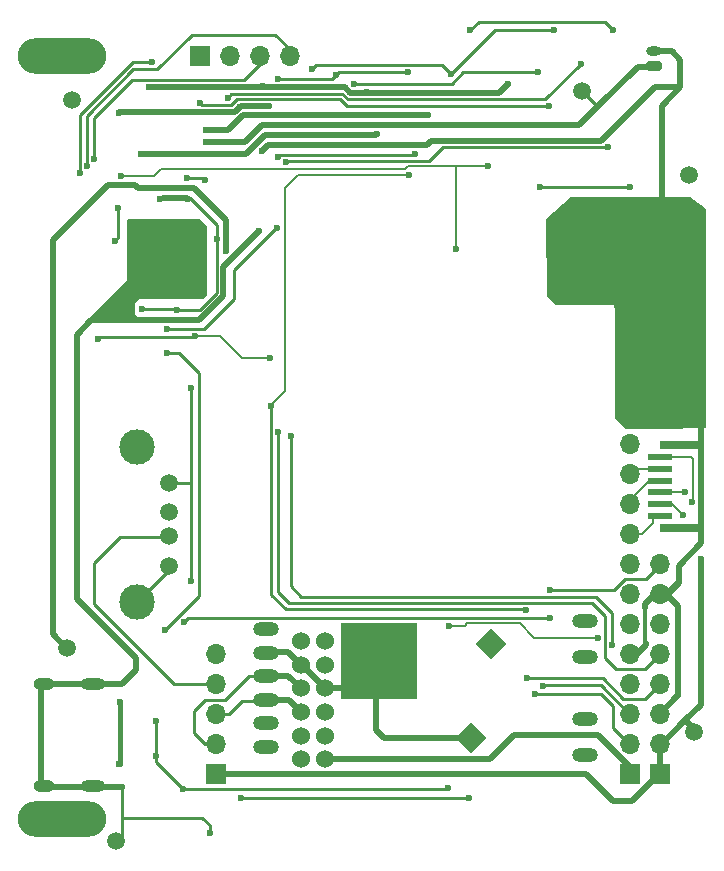
<source format=gbr>
G04 #@! TF.GenerationSoftware,KiCad,Pcbnew,(5.99.0-10509-g065f85b504)*
G04 #@! TF.CreationDate,2021-07-11T16:30:22-06:00*
G04 #@! TF.ProjectId,HAT_ver_7,4841545f-7665-4725-9f37-2e6b69636164,7.0.6*
G04 #@! TF.SameCoordinates,Original*
G04 #@! TF.FileFunction,Copper,L2,Bot*
G04 #@! TF.FilePolarity,Positive*
%FSLAX46Y46*%
G04 Gerber Fmt 4.6, Leading zero omitted, Abs format (unit mm)*
G04 Created by KiCad (PCBNEW (5.99.0-10509-g065f85b504)) date 2021-07-11 16:30:22*
%MOMM*%
%LPD*%
G01*
G04 APERTURE LIST*
G04 Aperture macros list*
%AMRoundRect*
0 Rectangle with rounded corners*
0 $1 Rounding radius*
0 $2 $3 $4 $5 $6 $7 $8 $9 X,Y pos of 4 corners*
0 Add a 4 corners polygon primitive as box body*
4,1,4,$2,$3,$4,$5,$6,$7,$8,$9,$2,$3,0*
0 Add four circle primitives for the rounded corners*
1,1,$1+$1,$2,$3*
1,1,$1+$1,$4,$5*
1,1,$1+$1,$6,$7*
1,1,$1+$1,$8,$9*
0 Add four rect primitives between the rounded corners*
20,1,$1+$1,$2,$3,$4,$5,0*
20,1,$1+$1,$4,$5,$6,$7,0*
20,1,$1+$1,$6,$7,$8,$9,0*
20,1,$1+$1,$8,$9,$2,$3,0*%
%AMRotRect*
0 Rectangle, with rotation*
0 The origin of the aperture is its center*
0 $1 length*
0 $2 width*
0 $3 Rotation angle, in degrees counterclockwise*
0 Add horizontal line*
21,1,$1,$2,0,0,$3*%
G04 Aperture macros list end*
G04 #@! TA.AperFunction,EtchedComponent*
%ADD10C,0.120000*%
G04 #@! TD*
G04 #@! TA.AperFunction,ComponentPad*
%ADD11C,1.501140*%
G04 #@! TD*
G04 #@! TA.AperFunction,ComponentPad*
%ADD12C,2.999740*%
G04 #@! TD*
G04 #@! TA.AperFunction,ComponentPad*
%ADD13R,1.700000X1.700000*%
G04 #@! TD*
G04 #@! TA.AperFunction,ComponentPad*
%ADD14O,1.700000X1.700000*%
G04 #@! TD*
G04 #@! TA.AperFunction,ComponentPad*
%ADD15RoundRect,0.200000X-0.450000X0.200000X-0.450000X-0.200000X0.450000X-0.200000X0.450000X0.200000X0*%
G04 #@! TD*
G04 #@! TA.AperFunction,ComponentPad*
%ADD16O,1.300000X0.800000*%
G04 #@! TD*
G04 #@! TA.AperFunction,ComponentPad*
%ADD17C,1.500000*%
G04 #@! TD*
G04 #@! TA.AperFunction,ComponentPad*
%ADD18O,2.200000X1.200000*%
G04 #@! TD*
G04 #@! TA.AperFunction,ComponentPad*
%ADD19R,6.400000X6.400000*%
G04 #@! TD*
G04 #@! TA.AperFunction,ComponentPad*
%ADD20RotRect,1.800000X1.800000X315.000000*%
G04 #@! TD*
G04 #@! TA.AperFunction,SMDPad,CuDef*
%ADD21R,0.400000X1.500000*%
G04 #@! TD*
G04 #@! TA.AperFunction,ComponentPad*
%ADD22O,7.500000X3.000000*%
G04 #@! TD*
G04 #@! TA.AperFunction,ComponentPad*
%ADD23C,1.524000*%
G04 #@! TD*
G04 #@! TA.AperFunction,ComponentPad*
%ADD24O,2.100000X1.000000*%
G04 #@! TD*
G04 #@! TA.AperFunction,ComponentPad*
%ADD25O,1.800000X1.000000*%
G04 #@! TD*
G04 #@! TA.AperFunction,SMDPad,CuDef*
%ADD26R,3.800000X0.700000*%
G04 #@! TD*
G04 #@! TA.AperFunction,SMDPad,CuDef*
%ADD27R,2.000000X0.600000*%
G04 #@! TD*
G04 #@! TA.AperFunction,ViaPad*
%ADD28C,0.600000*%
G04 #@! TD*
G04 #@! TA.AperFunction,Conductor*
%ADD29C,0.500000*%
G04 #@! TD*
G04 #@! TA.AperFunction,Conductor*
%ADD30C,0.250000*%
G04 #@! TD*
G04 #@! TA.AperFunction,Conductor*
%ADD31C,0.200000*%
G04 #@! TD*
G04 #@! TA.AperFunction,Conductor*
%ADD32C,0.508000*%
G04 #@! TD*
G04 #@! TA.AperFunction,Conductor*
%ADD33C,0.400000*%
G04 #@! TD*
G04 #@! TA.AperFunction,Conductor*
%ADD34C,0.254000*%
G04 #@! TD*
G04 APERTURE END LIST*
D10*
X180925000Y-115260000D02*
X181175000Y-115260000D01*
X181175000Y-115260000D02*
X181175000Y-114260000D01*
X181175000Y-114260000D02*
X180925000Y-114260000D01*
X180925000Y-114260000D02*
X180925000Y-115260000D01*
G36*
X180925000Y-115260000D02*
G01*
X181175000Y-115260000D01*
X181175000Y-114260000D01*
X180925000Y-114260000D01*
X180925000Y-115260000D01*
G37*
D11*
X140790080Y-102767540D03*
X140790080Y-105267540D03*
X140790080Y-107267540D03*
X140790080Y-109767540D03*
D12*
X138080080Y-99697540D03*
X138080080Y-112837540D03*
D13*
X182321200Y-127422000D03*
D14*
X182321200Y-124882000D03*
X182321200Y-122342000D03*
X182321200Y-119802000D03*
X182321200Y-117262000D03*
X182321200Y-114722000D03*
X182321200Y-112182000D03*
X182321200Y-109642000D03*
D15*
X181810000Y-67490000D03*
D16*
X181810000Y-66240000D03*
D17*
X132105400Y-116713000D03*
X175770000Y-69620000D03*
X136321800Y-133121400D03*
X132590000Y-70380000D03*
X185210000Y-123880000D03*
D13*
X143408400Y-66624400D03*
D14*
X145948400Y-66624400D03*
X148488400Y-66624400D03*
X151028400Y-66624400D03*
D17*
X184770000Y-76680000D03*
D18*
X149010000Y-125130000D03*
X149010000Y-123130000D03*
X149010000Y-121130000D03*
X149010000Y-119130000D03*
X149010000Y-117130000D03*
X149010000Y-115130000D03*
X176010000Y-114480000D03*
X176010000Y-117480000D03*
X176010000Y-122780000D03*
X176010000Y-125780000D03*
D19*
X158510000Y-117830000D03*
D20*
X168060000Y-116430000D03*
X166310000Y-124330000D03*
D21*
X181050000Y-115760000D03*
X181050000Y-113760000D03*
D22*
X131673600Y-131267200D03*
D23*
X153939600Y-116158000D03*
X153939600Y-118158000D03*
X153939600Y-120158000D03*
X153939600Y-122158000D03*
X153939600Y-124158000D03*
X153939600Y-126158000D03*
X151939600Y-116158000D03*
X151939600Y-118158000D03*
X151939600Y-120158000D03*
X151939600Y-122158000D03*
X151939600Y-124158000D03*
X151939600Y-126158000D03*
D13*
X144729200Y-127422000D03*
D14*
X144729200Y-124882000D03*
X144729200Y-122342000D03*
X144729200Y-119802000D03*
X144729200Y-117262000D03*
D13*
X179781200Y-127422000D03*
D14*
X179781200Y-124882000D03*
X179781200Y-122342000D03*
X179781200Y-119802000D03*
X179781200Y-117262000D03*
X179781200Y-114722000D03*
X179781200Y-112182000D03*
X179781200Y-109642000D03*
X179781200Y-107102000D03*
X179781200Y-104562000D03*
X179781200Y-102022000D03*
X179781200Y-99482000D03*
D22*
X131673600Y-66598800D03*
D24*
X134362500Y-119800000D03*
D25*
X130182500Y-119800000D03*
D24*
X134362500Y-128440000D03*
D25*
X130182500Y-128440000D03*
D26*
X184210000Y-106580000D03*
X184210000Y-99580000D03*
D27*
X182310000Y-100580000D03*
X182310000Y-101580000D03*
X182310000Y-102580000D03*
X182310000Y-103580000D03*
X182310000Y-104580000D03*
X182310000Y-105580000D03*
D28*
X158350000Y-73230000D03*
X138420000Y-74940000D03*
X149428200Y-96291400D03*
X161080000Y-76730000D03*
X171037553Y-113504500D03*
X171100000Y-119300000D03*
X184498000Y-103580000D03*
X171974693Y-67987093D03*
X156413200Y-68961000D03*
X162700000Y-71650000D03*
X143916400Y-72898000D03*
X171780000Y-120630000D03*
X133814500Y-75955260D03*
X172414500Y-119934500D03*
X136169400Y-82276199D03*
X136474200Y-79527400D03*
X134419000Y-75352595D03*
X138480800Y-88087200D03*
X144811990Y-82148200D03*
X140004800Y-78740000D03*
X148770000Y-69150000D03*
X139050000Y-69286100D03*
X169450000Y-69010000D03*
X157520000Y-69694020D03*
X141469720Y-88117000D03*
X142341602Y-78740000D03*
X149970000Y-68545500D03*
X185820000Y-109240000D03*
X154910000Y-68230000D03*
X161010600Y-67995800D03*
X142671800Y-111048200D03*
X146470000Y-127430000D03*
X142671800Y-94742000D03*
X136610000Y-121290000D03*
X145592810Y-83159600D03*
X136580000Y-126560000D03*
X179790000Y-77720000D03*
X133200000Y-76570000D03*
X143000000Y-90340000D03*
X143420000Y-70590000D03*
X172974000Y-70840600D03*
X172220000Y-77690000D03*
X185067500Y-104357500D03*
X134772400Y-90551000D03*
X149330000Y-92180000D03*
X139293600Y-67106800D03*
X142330715Y-76960715D03*
X143849500Y-77160000D03*
X136680000Y-76770000D03*
X165030000Y-82950000D03*
X167820000Y-75920000D03*
X177898800Y-74361200D03*
X150670000Y-75590000D03*
X150037800Y-98475800D03*
X173020000Y-114190000D03*
X173020000Y-111795500D03*
X142000000Y-114580000D03*
X140050500Y-85547200D03*
X142189200Y-82151250D03*
X142240000Y-85488750D03*
X140108950Y-82151250D03*
X180713900Y-90260000D03*
X146820000Y-70910000D03*
X140108950Y-84277200D03*
X141221450Y-83263750D03*
X137970053Y-117869947D03*
X182510000Y-80120000D03*
X138996450Y-83263750D03*
X144211000Y-132445800D03*
X175666400Y-86055200D03*
X140108950Y-83263750D03*
X138996450Y-84376250D03*
X139665200Y-89001600D03*
X141122400Y-82151250D03*
X136790000Y-128490000D03*
X148380000Y-81440000D03*
X185850000Y-97930000D03*
X149240000Y-70894500D03*
X138996450Y-82151250D03*
X141221450Y-85488750D03*
X141221450Y-84376250D03*
X148619500Y-74710000D03*
X142333950Y-83261200D03*
X136520000Y-71410000D03*
X142333950Y-84277200D03*
X179960000Y-80490000D03*
X138996450Y-85488750D03*
X143880000Y-73940000D03*
X140560000Y-89731100D03*
X140560000Y-91770000D03*
X149874500Y-81220000D03*
X149960000Y-75190000D03*
X140400000Y-115200000D03*
X161560000Y-74940980D03*
X145750000Y-70140000D03*
X175641000Y-67284600D03*
X166268400Y-64465200D03*
X178333400Y-64414400D03*
X152900000Y-67730000D03*
X173355000Y-64389000D03*
X151090000Y-98760000D03*
X178319989Y-116500000D03*
X164642800Y-68148200D03*
X184290000Y-105470000D03*
X139674600Y-125907800D03*
X164450000Y-114870000D03*
X139700000Y-122910600D03*
X164410000Y-128560000D03*
X177060000Y-115920000D03*
X141960000Y-128670000D03*
X166141400Y-129413000D03*
X146888200Y-129438400D03*
D29*
X158299520Y-73280480D02*
X148939520Y-73280480D01*
X148939520Y-73280480D02*
X147280000Y-74940000D01*
X158350000Y-73230000D02*
X158299520Y-73280480D01*
X147280000Y-74940000D02*
X138420000Y-74940000D01*
D30*
X170963053Y-113430000D02*
X171037553Y-113504500D01*
X179235261Y-121050000D02*
X181073200Y-121050000D01*
X149428200Y-112218200D02*
X150640000Y-113430000D01*
D31*
X151660000Y-76730000D02*
X150580000Y-77810000D01*
D30*
X171100000Y-119300000D02*
X177485261Y-119300000D01*
X177485261Y-119300000D02*
X179235261Y-121050000D01*
X150640000Y-113430000D02*
X170963053Y-113430000D01*
X181073200Y-121050000D02*
X182321200Y-119802000D01*
D31*
X149428200Y-96161800D02*
X149428200Y-96291400D01*
X150580000Y-95010000D02*
X149428200Y-96161800D01*
X150580000Y-77810000D02*
X150580000Y-95010000D01*
D30*
X149428200Y-96291400D02*
X149428200Y-112218200D01*
D31*
X161080000Y-76730000D02*
X151660000Y-76730000D01*
X182310000Y-103580000D02*
X184498000Y-103580000D01*
X184500000Y-103580000D02*
X184498000Y-103580000D01*
D30*
X165695677Y-67990000D02*
X171971786Y-67990000D01*
X156413200Y-68961000D02*
X164724677Y-68961000D01*
X164724677Y-68961000D02*
X165695677Y-67990000D01*
X171971786Y-67990000D02*
X171974693Y-67987093D01*
D29*
X162674011Y-71624011D02*
X147072633Y-71624011D01*
X147072633Y-71624011D02*
X145798644Y-72898000D01*
X162700000Y-71650000D02*
X162674011Y-71624011D01*
X145798644Y-72898000D02*
X143916400Y-72898000D01*
D30*
X133814500Y-75955260D02*
X133814500Y-71671500D01*
X142729002Y-64820800D02*
X149783800Y-64820800D01*
X171780000Y-120630000D02*
X177310000Y-120630000D01*
X133814500Y-71671500D02*
X137723399Y-67762601D01*
X178380000Y-123550000D02*
X179740000Y-124910000D01*
X137723399Y-67762601D02*
X139787201Y-67762601D01*
X177310000Y-120630000D02*
X178380000Y-121700000D01*
X149783800Y-64820800D02*
X151028400Y-66065400D01*
X178380000Y-121700000D02*
X178380000Y-123550000D01*
X139787201Y-67762601D02*
X142729002Y-64820800D01*
X136474200Y-81971399D02*
X136469399Y-81976200D01*
X136474200Y-79527400D02*
X136474200Y-81971399D01*
X172439000Y-119910000D02*
X177330000Y-119910000D01*
X177330000Y-119910000D02*
X179730000Y-122310000D01*
X172414500Y-119934500D02*
X172439000Y-119910000D01*
X134400000Y-75333595D02*
X134400000Y-71898800D01*
X134400000Y-71898800D02*
X137617200Y-68681600D01*
X136469399Y-81976200D02*
X136169400Y-82276199D01*
X147142200Y-68681600D02*
X148488400Y-67335400D01*
X137617200Y-68681600D02*
X147142200Y-68681600D01*
X134419000Y-75352595D02*
X134400000Y-75333595D01*
X144830800Y-82167010D02*
X144811990Y-82148200D01*
X144811990Y-80956390D02*
X142544800Y-78689200D01*
D32*
X139050000Y-69286100D02*
X148633900Y-69286100D01*
X148770000Y-69150000D02*
X148910000Y-69290000D01*
D30*
X141469720Y-88117000D02*
X143378600Y-88117000D01*
X144811990Y-86683610D02*
X144811990Y-80956390D01*
D32*
X157520000Y-69694020D02*
X157474020Y-69740000D01*
X156129689Y-69740000D02*
X168720000Y-69740000D01*
X142290802Y-78689200D02*
X140226821Y-78689200D01*
X169450000Y-69010000D02*
X168720000Y-69740000D01*
X148910000Y-69290000D02*
X155679689Y-69290000D01*
D30*
X138480800Y-88087200D02*
X141439920Y-88087200D01*
X143378600Y-88117000D02*
X144811990Y-86683610D01*
X141439920Y-88087200D02*
X141469720Y-88117000D01*
X140226810Y-78689200D02*
X140157203Y-78758807D01*
D32*
X142341602Y-78740000D02*
X142290802Y-78689200D01*
X155679689Y-69290000D02*
X156129689Y-69740000D01*
X148633900Y-69286100D02*
X148770000Y-69150000D01*
D30*
X144830800Y-82346800D02*
X144830800Y-82167010D01*
D31*
X142322795Y-78758807D02*
X142341602Y-78740000D01*
D30*
X142671800Y-102768400D02*
X142671800Y-94742000D01*
X161010600Y-67995800D02*
X155144200Y-67995800D01*
D29*
X185820000Y-109240000D02*
X185780000Y-109280000D01*
D30*
X149970000Y-68545500D02*
X154594500Y-68545500D01*
X140792200Y-102768400D02*
X142671800Y-102768400D01*
D29*
X184480000Y-122870000D02*
X185350000Y-123740000D01*
X146470000Y-127430000D02*
X146462000Y-127422000D01*
X146462000Y-127422000D02*
X144729200Y-127422000D01*
D32*
X178360000Y-129730000D02*
X179970000Y-129730000D01*
D29*
X182321200Y-127422000D02*
X182321200Y-124968800D01*
X184480000Y-122870000D02*
X182321200Y-125028800D01*
D32*
X176060000Y-127430000D02*
X178360000Y-129730000D01*
D30*
X160985200Y-68021200D02*
X161010600Y-67995800D01*
X146470000Y-127430000D02*
X146470000Y-127490000D01*
D29*
X185780000Y-121570000D02*
X184480000Y-122870000D01*
D30*
X142671800Y-102768400D02*
X142671800Y-111048200D01*
X155144200Y-67995800D02*
X154910000Y-68230000D01*
X154594500Y-68545500D02*
X154910000Y-68230000D01*
D32*
X179970000Y-129730000D02*
X182300000Y-127400000D01*
X146470000Y-127430000D02*
X176060000Y-127430000D01*
D29*
X185780000Y-109280000D02*
X185780000Y-121570000D01*
D30*
X146470000Y-127490000D02*
X146420000Y-127540000D01*
D29*
X145592810Y-80478118D02*
X142874203Y-77759511D01*
D33*
X136610000Y-126530000D02*
X136580000Y-126560000D01*
D29*
X142874203Y-77759511D02*
X138108334Y-77759511D01*
X138108334Y-77759511D02*
X137868823Y-77520000D01*
X137868823Y-77520000D02*
X135611400Y-77520000D01*
X130911600Y-82219800D02*
X130911600Y-115551600D01*
X135611400Y-77520000D02*
X130911600Y-82219800D01*
X130911600Y-115551600D02*
X132070000Y-116710000D01*
D33*
X136610000Y-121290000D02*
X136610000Y-126530000D01*
D29*
X145592810Y-83159600D02*
X145592810Y-80478118D01*
D31*
X185067500Y-104357500D02*
X185110000Y-104315000D01*
D29*
X156295600Y-120158000D02*
X156794200Y-119659400D01*
D31*
X146960000Y-92180000D02*
X149330000Y-92180000D01*
D30*
X143574511Y-70744511D02*
X146040166Y-70744511D01*
X146040166Y-70744511D02*
X146494677Y-70290000D01*
X143420000Y-70590000D02*
X143574511Y-70744511D01*
D29*
X158990000Y-124330000D02*
X158320000Y-123660000D01*
D34*
X138080080Y-112837540D02*
X140740000Y-110177620D01*
D30*
X146494677Y-70290000D02*
X155282389Y-70290000D01*
X172220000Y-77690000D02*
X179760000Y-77690000D01*
X134923400Y-90400000D02*
X134772400Y-90551000D01*
D31*
X184950000Y-100610000D02*
X182760000Y-100610000D01*
X143000000Y-90340000D02*
X145120000Y-90340000D01*
D29*
X153939600Y-120158000D02*
X156295600Y-120158000D01*
X150850200Y-117068600D02*
X149021800Y-117068600D01*
D30*
X155832989Y-70840600D02*
X172974000Y-70840600D01*
X137751736Y-67106800D02*
X139293600Y-67106800D01*
X133200000Y-76570000D02*
X133210000Y-76560000D01*
D29*
X153939600Y-120158000D02*
X151993200Y-118211600D01*
D30*
X155282389Y-70290000D02*
X155832989Y-70840600D01*
D29*
X181150000Y-116470000D02*
X181150000Y-116300000D01*
X151939600Y-118158000D02*
X150850200Y-117068600D01*
D31*
X185110000Y-104315000D02*
X185110000Y-100770000D01*
D30*
X142940000Y-90400000D02*
X134923400Y-90400000D01*
D31*
X145120000Y-90340000D02*
X146960000Y-92180000D01*
D29*
X158320000Y-123660000D02*
X158320000Y-119110000D01*
X151993200Y-118211600D02*
X151968200Y-118211600D01*
X180358000Y-117262000D02*
X181150000Y-116470000D01*
D30*
X179760000Y-77690000D02*
X179790000Y-77720000D01*
D31*
X185110000Y-100770000D02*
X184950000Y-100610000D01*
D30*
X133210000Y-71648536D02*
X137751736Y-67106800D01*
X143000000Y-90340000D02*
X142940000Y-90400000D01*
D29*
X166310000Y-124330000D02*
X158990000Y-124330000D01*
D30*
X133210000Y-76560000D02*
X133210000Y-71648536D01*
D32*
X170002086Y-124110480D02*
X167925366Y-126187200D01*
X167925366Y-126187200D02*
X154152600Y-126187200D01*
X177057914Y-124110480D02*
X179781200Y-126833766D01*
X154152600Y-126187200D02*
X154025600Y-126060200D01*
X170002098Y-124110471D02*
X177057914Y-124110471D01*
D30*
X143650215Y-76960715D02*
X143849500Y-77160000D01*
X142330715Y-76960715D02*
X143650215Y-76960715D01*
D31*
X182310000Y-101580000D02*
X180240000Y-101580000D01*
X165030000Y-75980000D02*
X165060000Y-75950000D01*
X165030000Y-82950000D02*
X165030000Y-75980000D01*
X167790000Y-75950000D02*
X167820000Y-75920000D01*
X161002323Y-75950000D02*
X165060000Y-75950000D01*
X139540000Y-76770000D02*
X140090000Y-76220000D01*
X140090000Y-76220000D02*
X160732323Y-76220000D01*
X165060000Y-75950000D02*
X167790000Y-75950000D01*
X160732323Y-76220000D02*
X161002323Y-75950000D01*
X136680000Y-76770000D02*
X139540000Y-76770000D01*
D30*
X163998800Y-74361200D02*
X177898800Y-74361200D01*
X150670000Y-75590000D02*
X150714520Y-75545480D01*
X162814520Y-75545480D02*
X163998800Y-74361200D01*
X150037800Y-98475800D02*
X150037800Y-111990074D01*
X177715489Y-114035489D02*
X177715489Y-117635489D01*
X181050000Y-118540000D02*
X182320000Y-117270000D01*
X150037800Y-111990074D02*
X150947726Y-112900000D01*
X150947726Y-112900000D02*
X176580000Y-112900000D01*
X177715489Y-117635489D02*
X178620000Y-118540000D01*
X178620000Y-118540000D02*
X181050000Y-118540000D01*
X150714520Y-75545480D02*
X162814520Y-75545480D01*
X176580000Y-112900000D02*
X177715489Y-114035489D01*
D31*
X181400000Y-102580000D02*
X179870000Y-104110000D01*
X182310000Y-102580000D02*
X181400000Y-102580000D01*
D30*
X178459023Y-111795500D02*
X179374523Y-110880000D01*
X142400000Y-114180000D02*
X142000000Y-114580000D01*
X181150000Y-110880000D02*
X182150000Y-109880000D01*
X173010000Y-114180000D02*
X142400000Y-114180000D01*
X173020000Y-111795500D02*
X178459023Y-111795500D01*
X173020000Y-114190000D02*
X173010000Y-114180000D01*
X179374523Y-110880000D02*
X181150000Y-110880000D01*
D34*
X144211000Y-131765000D02*
X143597200Y-131151200D01*
D30*
X136575500Y-71354500D02*
X136520000Y-71410000D01*
D29*
X145366510Y-84453490D02*
X148380000Y-81440000D01*
X182956200Y-112242600D02*
X183870600Y-113157000D01*
X180713900Y-86136100D02*
X180794800Y-86055200D01*
X184073800Y-69291200D02*
X182510000Y-70855000D01*
X183896000Y-111252000D02*
X182966000Y-112182000D01*
D32*
X137970053Y-117869947D02*
X137970053Y-118569947D01*
D29*
X184073800Y-69291200D02*
X184073800Y-66923800D01*
X146835500Y-70894500D02*
X149240000Y-70894500D01*
X182510000Y-80120000D02*
X182510000Y-84340000D01*
X182510000Y-84340000D02*
X180794800Y-86055200D01*
X183270000Y-90260000D02*
X185850000Y-92840000D01*
X134162800Y-89001600D02*
X139665200Y-89001600D01*
X136790000Y-128490000D02*
X129950000Y-128490000D01*
D30*
X132943600Y-111861600D02*
X132943600Y-109829600D01*
D29*
X129950000Y-128490000D02*
X129920000Y-128520000D01*
D32*
X137970053Y-118569947D02*
X136750000Y-119790000D01*
D34*
X144211000Y-132445800D02*
X144211000Y-131765000D01*
D29*
X181889123Y-69291200D02*
X184073800Y-69291200D01*
X183870600Y-113157000D02*
X183870600Y-120853200D01*
X183946800Y-111252000D02*
X183007000Y-112191800D01*
X182510000Y-70855000D02*
X182510000Y-80120000D01*
X149189500Y-74140000D02*
X162655791Y-74140000D01*
D34*
X136790000Y-131151200D02*
X136790000Y-132653200D01*
D32*
X146375507Y-71354493D02*
X136575495Y-71354493D01*
D29*
X183007000Y-112191800D02*
X182956200Y-112242600D01*
X162655791Y-74140000D02*
X162989111Y-73806680D01*
X145366510Y-86913300D02*
X145366510Y-84453490D01*
X132943600Y-111861600D02*
X132943600Y-90220800D01*
X129920000Y-119850000D02*
X129979993Y-119790007D01*
X181110000Y-112990000D02*
X181110000Y-113390000D01*
X183946800Y-109766800D02*
X183946800Y-111252000D01*
X182321200Y-122342000D02*
X183810000Y-120853200D01*
X179945200Y-86055200D02*
X178035200Y-86055200D01*
X177373643Y-73806680D02*
X181889123Y-69291200D01*
X184073800Y-66923800D02*
X183340000Y-66190000D01*
D32*
X146820000Y-70910000D02*
X146375507Y-71354493D01*
D29*
X132943600Y-112573600D02*
X132943600Y-111861600D01*
X181918000Y-112182000D02*
X181110000Y-112990000D01*
X136790000Y-128490000D02*
X136790000Y-128527500D01*
X185850000Y-92840000D02*
X185850000Y-97930000D01*
X146835500Y-70894500D02*
X146820000Y-70910000D01*
X143278210Y-89001600D02*
X145366510Y-86913300D01*
D30*
X183896000Y-111252000D02*
X183946800Y-111252000D01*
D29*
X182966000Y-112182000D02*
X182321200Y-112182000D01*
X129979993Y-119790007D02*
X132369992Y-119790007D01*
X139665200Y-89001600D02*
X143278210Y-89001600D01*
D30*
X132943600Y-109829600D02*
X133045200Y-109931200D01*
D29*
X137970053Y-117600053D02*
X132943600Y-112573600D01*
D34*
X136790000Y-132653200D02*
X136271000Y-133172200D01*
D29*
X132943600Y-90220800D02*
X134162800Y-89001600D01*
X183340000Y-66190000D02*
X181780000Y-66190000D01*
X180713900Y-90260000D02*
X183270000Y-90260000D01*
X148619500Y-74710000D02*
X149189500Y-74140000D01*
X162989111Y-73806680D02*
X177373643Y-73806680D01*
X178035200Y-86055200D02*
X175666400Y-86055200D01*
D34*
X136790000Y-128490000D02*
X136790000Y-131151200D01*
D29*
X180794800Y-86055200D02*
X179945200Y-86055200D01*
X183870600Y-120853200D02*
X183810000Y-120853200D01*
X180713900Y-90260000D02*
X180713900Y-86136100D01*
X129920000Y-128520000D02*
X129920000Y-119850000D01*
D34*
X143597200Y-131151200D02*
X136790000Y-131151200D01*
D32*
X136749993Y-119790007D02*
X132369992Y-119790007D01*
D29*
X137970053Y-117869947D02*
X137970053Y-117600053D01*
X185850000Y-97930000D02*
X185850000Y-107863600D01*
X185850000Y-107863600D02*
X183946800Y-109766800D01*
X177085100Y-70895100D02*
X180450200Y-67530000D01*
D34*
X175770000Y-69620000D02*
X177045100Y-70895100D01*
D29*
X175500200Y-72480000D02*
X148660000Y-72480000D01*
X180450200Y-67530000D02*
X181910000Y-67530000D01*
D34*
X177045100Y-70895100D02*
X177085100Y-70895100D01*
D29*
X148660000Y-72480000D02*
X147200000Y-73940000D01*
X175500200Y-72480000D02*
X177085100Y-70895100D01*
X147200000Y-73940000D02*
X143880000Y-73940000D01*
D30*
X143276311Y-93446311D02*
X143276311Y-112323689D01*
X140560000Y-91770000D02*
X141600000Y-91770000D01*
X149840000Y-81220000D02*
X149874500Y-81220000D01*
X143738900Y-89731100D02*
X143738900Y-89721100D01*
X143738900Y-89721100D02*
X146290000Y-87170000D01*
X150960166Y-74985489D02*
X150984677Y-75010000D01*
X143276311Y-112323689D02*
X140400000Y-115200000D01*
X150984677Y-75010000D02*
X161490980Y-75010000D01*
X149960000Y-75190000D02*
X150164511Y-74985489D01*
X150164511Y-74985489D02*
X150960166Y-74985489D01*
X161490980Y-75010000D02*
X161560000Y-74940980D01*
X141600000Y-91770000D02*
X143276311Y-93446311D01*
X140560000Y-89731100D02*
X143738900Y-89731100D01*
X146290000Y-87170000D02*
X146290000Y-84770000D01*
X146290000Y-84770000D02*
X149840000Y-81220000D01*
X146041480Y-69848520D02*
X155448343Y-69848520D01*
X172627080Y-70298520D02*
X175641000Y-67284600D01*
X155448343Y-69848520D02*
X155898343Y-70298520D01*
X155898343Y-70298520D02*
X172627080Y-70298520D01*
X145750000Y-70140000D02*
X146041480Y-69848520D01*
X166977494Y-63756106D02*
X177675106Y-63756106D01*
X177675106Y-63756106D02*
X178333400Y-64414400D01*
X166268400Y-64465200D02*
X166977494Y-63756106D01*
X152900000Y-67730000D02*
X153238711Y-67391289D01*
X151090000Y-111510000D02*
X151090000Y-98760000D01*
X168402000Y-64389000D02*
X173355000Y-64389000D01*
X151980000Y-112400000D02*
X151090000Y-111510000D01*
X178319989Y-116500000D02*
X178319989Y-113799989D01*
X176920000Y-112400000D02*
X151980000Y-112400000D01*
X153238711Y-67391289D02*
X163885889Y-67391289D01*
X163885889Y-67391289D02*
X164642800Y-68148200D01*
X178319989Y-113799989D02*
X176920000Y-112400000D01*
X164642800Y-68148200D02*
X168402000Y-64389000D01*
D34*
X145550000Y-121120000D02*
X147540000Y-119130000D01*
X143855000Y-121120000D02*
X145550000Y-121120000D01*
X143792000Y-124882000D02*
X142860000Y-123950000D01*
X147540000Y-119130000D02*
X149170000Y-119130000D01*
X144729200Y-124882000D02*
X143792000Y-124882000D01*
D29*
X150882200Y-119100600D02*
X149148800Y-119100600D01*
X151939600Y-120158000D02*
X150882200Y-119100600D01*
D34*
X142860000Y-122115000D02*
X143855000Y-121120000D01*
X142860000Y-123950000D02*
X142860000Y-122115000D01*
X145878000Y-122342000D02*
X146990000Y-121230000D01*
X146990000Y-121230000D02*
X149020000Y-121230000D01*
X144729200Y-122342000D02*
X145878000Y-122342000D01*
D29*
X150939600Y-121158000D02*
X149148800Y-121158000D01*
X151939600Y-122158000D02*
X150939600Y-121158000D01*
D30*
X134442200Y-109550200D02*
X136652000Y-107340400D01*
X140792200Y-107340400D02*
X136652000Y-107340400D01*
X134442200Y-113032200D02*
X134442200Y-109550200D01*
X141171000Y-119761000D02*
X134442200Y-113032200D01*
X144729200Y-119761000D02*
X141171000Y-119761000D01*
D31*
X179781200Y-107102000D02*
X180838000Y-107102000D01*
X181740000Y-106200000D02*
X181740000Y-105660000D01*
X180838000Y-107102000D02*
X181740000Y-106200000D01*
X183400000Y-104580000D02*
X184290000Y-105470000D01*
X182310000Y-104580000D02*
X183400000Y-104580000D01*
D34*
X139674600Y-122936000D02*
X139674600Y-125907800D01*
X164300000Y-128670000D02*
X164410000Y-128560000D01*
D31*
X165810000Y-114860000D02*
X166000000Y-114670000D01*
X171700000Y-115920000D02*
X177060000Y-115920000D01*
X166000000Y-114670000D02*
X170450000Y-114670000D01*
D34*
X139674600Y-126384600D02*
X141960000Y-128670000D01*
X139700000Y-122910600D02*
X139674600Y-122936000D01*
X139674600Y-125907800D02*
X139674600Y-126384600D01*
X141960000Y-128670000D02*
X164300000Y-128670000D01*
D31*
X170450000Y-114670000D02*
X171700000Y-115920000D01*
X164460000Y-114860000D02*
X165810000Y-114860000D01*
X164450000Y-114870000D02*
X164460000Y-114860000D01*
D34*
X166116000Y-129438400D02*
X166141400Y-129413000D01*
X146888200Y-129438400D02*
X166116000Y-129438400D01*
G04 #@! TA.AperFunction,Conductor*
G36*
X143373531Y-80436402D02*
G01*
X143394505Y-80453305D01*
X143930295Y-80989095D01*
X143964321Y-81051407D01*
X143967200Y-81078190D01*
X143967200Y-86815810D01*
X143947198Y-86883931D01*
X143930295Y-86904905D01*
X143648505Y-87186695D01*
X143586193Y-87220721D01*
X143559410Y-87223600D01*
X138226800Y-87223600D01*
X137922000Y-87528400D01*
X137922000Y-87842487D01*
X137912409Y-87890705D01*
X137899092Y-87922856D01*
X137895932Y-87930485D01*
X137875300Y-88087200D01*
X137895932Y-88243915D01*
X137899092Y-88251544D01*
X137912409Y-88283695D01*
X137922000Y-88331913D01*
X137922000Y-88544400D01*
X138113305Y-88735705D01*
X138147331Y-88798017D01*
X138142266Y-88868832D01*
X138099719Y-88925668D01*
X138033199Y-88950479D01*
X138024210Y-88950800D01*
X134165506Y-88950800D01*
X134097385Y-88930798D01*
X134050892Y-88877142D01*
X134040788Y-88806868D01*
X134070282Y-88742288D01*
X134077093Y-88735027D01*
X137197892Y-85661512D01*
X137210800Y-85648800D01*
X137210800Y-80542400D01*
X137230802Y-80474279D01*
X137284458Y-80427786D01*
X137336800Y-80416400D01*
X143305410Y-80416400D01*
X143373531Y-80436402D01*
G37*
G04 #@! TD.AperFunction*
G04 #@! TA.AperFunction,Conductor*
G36*
X184867186Y-78579975D02*
G01*
X184873152Y-78584047D01*
X186155139Y-79513939D01*
X186198537Y-79570128D01*
X186207158Y-79615921D01*
X186208855Y-98025088D01*
X186188859Y-98093211D01*
X186135208Y-98139709D01*
X186083785Y-98151096D01*
X182455538Y-98177803D01*
X179494281Y-98199600D01*
X179426015Y-98180099D01*
X179402422Y-98160823D01*
X179272227Y-98025088D01*
X178542897Y-97264723D01*
X178510178Y-97201717D01*
X178507830Y-97177524D01*
X178506447Y-88335591D01*
X178506408Y-88086573D01*
X178506890Y-88076712D01*
X178509944Y-88066163D01*
X178506867Y-88030635D01*
X178506397Y-88019782D01*
X178506397Y-88015308D01*
X178506396Y-88009506D01*
X178504988Y-88001951D01*
X178503326Y-87989744D01*
X178501311Y-87966481D01*
X178501311Y-87966480D01*
X178500307Y-87954892D01*
X178495198Y-87944441D01*
X178494288Y-87941159D01*
X178493065Y-87937991D01*
X178490934Y-87926556D01*
X178487760Y-87921409D01*
X178480341Y-87881819D01*
X178480038Y-87738116D01*
X178480000Y-87720000D01*
X173583589Y-87720000D01*
X173515468Y-87699998D01*
X173492829Y-87681399D01*
X172784612Y-86945943D01*
X172751768Y-86883000D01*
X172749382Y-86860104D01*
X172670724Y-80508490D01*
X172689881Y-80440127D01*
X172714209Y-80411699D01*
X174804539Y-78600722D01*
X174869123Y-78571234D01*
X174886917Y-78569953D01*
X181286874Y-78563553D01*
X184799045Y-78560041D01*
X184867186Y-78579975D01*
G37*
G04 #@! TD.AperFunction*
M02*

</source>
